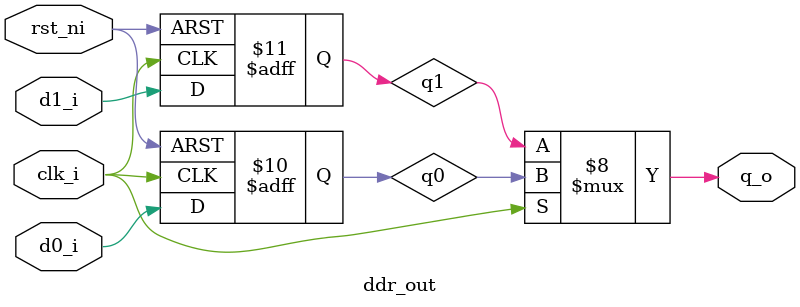
<source format=sv>



/// A single to double data rate converter.

module ddr_out #(
    parameter logic INIT = 1'b0
)(
    input  logic clk_i,
    input  logic rst_ni,
    input  logic d0_i,
    input  logic d1_i,
    output logic q_o
);
    logic q0;
    logic q1;

    /*pulp_clock_mux2 ddrmux (
        .clk_o     ( q_o   ),
        .clk0_i    ( q1    ),
        .clk1_i    ( q0    ),
        .clk_sel_i ( clk_i )
    );*/


    always_ff @(posedge clk_i or negedge rst_ni) begin
        if (~rst_ni) begin
            //q0 <= INIT;
            q1 <= INIT;
        end else begin
            //q0 <= d0_i;
            q1 <= d1_i;
        end
    end
    always_ff @(negedge clk_i or negedge rst_ni) begin
        if (~rst_ni) begin
            q0 <= INIT;
        end else begin
            q0 <= d0_i;
        end
    end

    always_comb
      begin
        if(clk_i == 1'b0)
           q_o = q1;
        else
           q_o = q0;
      end
endmodule

</source>
